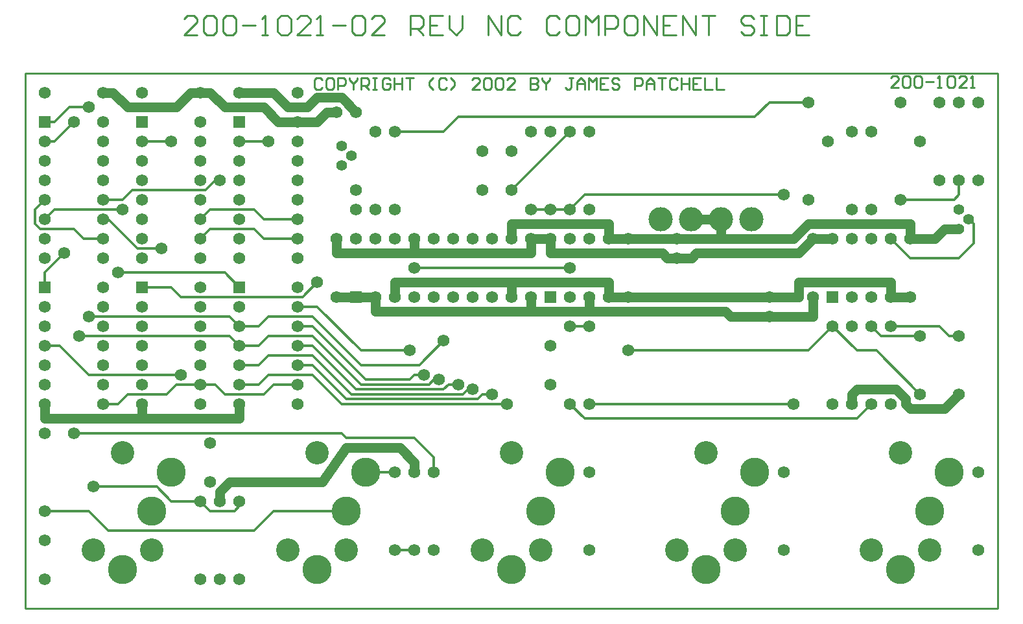
<source format=gtl>
*%FSLAX23Y23*%
*%MOIN*%
G01*
%ADD11C,0.006*%
%ADD12C,0.007*%
%ADD13C,0.008*%
%ADD14C,0.010*%
%ADD15C,0.012*%
%ADD16C,0.020*%
%ADD17C,0.032*%
%ADD18C,0.036*%
%ADD19C,0.050*%
%ADD20C,0.052*%
%ADD21C,0.055*%
%ADD22C,0.056*%
%ADD23C,0.060*%
%ADD24C,0.061*%
%ADD25C,0.062*%
%ADD26C,0.066*%
%ADD27C,0.068*%
%ADD28C,0.070*%
%ADD29C,0.080*%
%ADD30C,0.090*%
%ADD31C,0.095*%
%ADD32C,0.115*%
%ADD33C,0.120*%
%ADD34C,0.125*%
%ADD35C,0.126*%
%ADD36C,0.131*%
%ADD37C,0.150*%
%ADD38C,0.156*%
%ADD39R,0.062X0.062*%
%ADD40R,0.068X0.068*%
D14*
X11356Y9113D02*
X11396D01*
X11356D02*
X11396Y9153D01*
Y9163D01*
X11386Y9173D01*
X11366D01*
X11356Y9163D01*
X11416D02*
X11426Y9173D01*
X11446D01*
X11456Y9163D01*
Y9123D01*
X11446Y9113D01*
X11426D01*
X11416Y9123D01*
Y9163D01*
X11476D02*
X11486Y9173D01*
X11506D01*
X11516Y9163D01*
Y9123D01*
X11506Y9113D01*
X11486D01*
X11476Y9123D01*
Y9163D01*
X11536Y9143D02*
X11576D01*
X11596Y9113D02*
X11616D01*
X11606D01*
Y9173D01*
X11607D01*
X11606D02*
X11596Y9163D01*
X11646D02*
X11656Y9173D01*
X11676D01*
X11686Y9163D01*
Y9123D01*
X11676Y9113D01*
X11656D01*
X11646Y9123D01*
Y9163D01*
X11706Y9113D02*
X11746D01*
X11706D02*
X11746Y9153D01*
Y9163D01*
X11736Y9173D01*
X11716D01*
X11706Y9163D01*
X11766Y9113D02*
X11786D01*
X11776D01*
Y9173D01*
X11777D01*
X11776D02*
X11766Y9163D01*
X8431Y9153D02*
X8421Y9163D01*
X8401D01*
X8391Y9153D01*
Y9113D01*
X8401Y9103D01*
X8421D01*
X8431Y9113D01*
X8461Y9163D02*
X8481D01*
X8461D02*
X8451Y9153D01*
Y9113D01*
X8461Y9103D01*
X8481D01*
X8491Y9113D01*
Y9153D01*
X8481Y9163D01*
X8511D02*
Y9103D01*
Y9163D02*
X8541D01*
X8551Y9153D01*
Y9133D01*
X8541Y9123D01*
X8511D01*
X8571Y9153D02*
Y9163D01*
Y9153D02*
X8591Y9133D01*
X8611Y9153D01*
Y9163D01*
X8591Y9133D02*
Y9103D01*
X8631D02*
Y9163D01*
X8661D01*
X8671Y9153D01*
Y9133D01*
X8661Y9123D01*
X8631D01*
X8651D02*
X8671Y9103D01*
X8691Y9163D02*
X8711D01*
X8701D01*
Y9103D01*
X8691D01*
X8711D01*
X8771Y9163D02*
X8781Y9153D01*
X8771Y9163D02*
X8751D01*
X8741Y9153D01*
Y9113D01*
X8751Y9103D01*
X8771D01*
X8781Y9113D01*
Y9133D01*
X8761D01*
X8801Y9163D02*
Y9103D01*
Y9133D01*
X8841D01*
Y9163D01*
Y9103D01*
X8861Y9163D02*
X8901D01*
X8881D01*
Y9103D01*
X8981Y9123D02*
X9001Y9103D01*
X8981Y9123D02*
Y9143D01*
X9001Y9163D01*
X9061D02*
X9071Y9153D01*
X9061Y9163D02*
X9041D01*
X9031Y9153D01*
Y9113D01*
X9041Y9103D01*
X9061D01*
X9071Y9113D01*
X9091Y9103D02*
X9111Y9123D01*
Y9143D01*
X9091Y9163D01*
X9201Y9103D02*
X9241D01*
X9201D02*
X9241Y9143D01*
Y9153D01*
X9231Y9163D01*
X9211D01*
X9201Y9153D01*
X9261D02*
X9271Y9163D01*
X9291D01*
X9301Y9153D01*
Y9113D01*
X9291Y9103D01*
X9271D01*
X9261Y9113D01*
Y9153D01*
X9321D02*
X9331Y9163D01*
X9351D01*
X9361Y9153D01*
Y9113D01*
X9351Y9103D01*
X9331D01*
X9321Y9113D01*
Y9153D01*
X9381Y9103D02*
X9421D01*
X9381D02*
X9421Y9143D01*
Y9153D01*
X9411Y9163D01*
X9391D01*
X9381Y9153D01*
X9501Y9163D02*
Y9103D01*
X9531D01*
X9541Y9113D01*
Y9123D01*
X9531Y9133D01*
X9501D01*
X9502D01*
X9501D02*
X9502D01*
X9501D02*
X9502D01*
X9501D02*
X9531D01*
X9541Y9143D01*
Y9153D01*
X9531Y9163D01*
X9501D01*
X9561D02*
Y9153D01*
X9581Y9133D01*
X9601Y9153D01*
Y9163D01*
X9581Y9133D02*
Y9103D01*
X9701Y9163D02*
X9721D01*
X9711D02*
X9701D01*
X9711D02*
Y9113D01*
X9701Y9103D01*
X9691D01*
X9681Y9113D01*
X9741Y9103D02*
Y9143D01*
X9761Y9163D01*
X9781Y9143D01*
Y9103D01*
Y9133D01*
X9741D01*
X9801Y9103D02*
Y9163D01*
X9821Y9143D01*
X9841Y9163D01*
Y9103D01*
X9861Y9163D02*
X9901D01*
X9861D02*
Y9103D01*
X9901D01*
X9881Y9133D02*
X9861D01*
X9950Y9163D02*
X9960Y9153D01*
X9950Y9163D02*
X9931D01*
X9921Y9153D01*
Y9143D01*
X9931Y9133D01*
X9950D01*
X9960Y9123D01*
Y9113D01*
X9950Y9103D01*
X9931D01*
X9921Y9113D01*
X10040Y9103D02*
Y9163D01*
X10070D01*
X10080Y9153D01*
Y9133D01*
X10070Y9123D01*
X10040D01*
X10100Y9103D02*
Y9143D01*
X10120Y9163D01*
X10140Y9143D01*
Y9103D01*
Y9133D01*
X10100D01*
X10160Y9163D02*
X10200D01*
X10180D01*
Y9103D01*
X10250Y9163D02*
X10260Y9153D01*
X10250Y9163D02*
X10230D01*
X10220Y9153D01*
Y9113D01*
X10230Y9103D01*
X10250D01*
X10260Y9113D01*
X10280Y9103D02*
Y9163D01*
Y9133D02*
Y9103D01*
Y9133D02*
X10320D01*
Y9163D01*
Y9103D01*
X10340Y9163D02*
X10380D01*
X10340D02*
Y9103D01*
X10380D01*
X10360Y9133D02*
X10340D01*
X10400Y9163D02*
Y9103D01*
X10440D01*
X10460D02*
Y9163D01*
Y9103D02*
X10500D01*
X7788Y9383D02*
X7721D01*
X7788Y9450D01*
Y9466D01*
X7771Y9483D01*
X7738D01*
X7721Y9466D01*
X7821D02*
X7838Y9483D01*
X7871D01*
X7888Y9466D01*
Y9400D01*
X7871Y9383D01*
X7838D01*
X7821Y9400D01*
Y9466D01*
X7921D02*
X7938Y9483D01*
X7971D01*
X7988Y9466D01*
Y9400D01*
X7971Y9383D01*
X7938D01*
X7921Y9400D01*
Y9466D01*
X8021Y9433D02*
X8088D01*
X8121Y9383D02*
X8154D01*
X8138D01*
Y9483D01*
X8139D01*
X8138D02*
X8121Y9466D01*
X8204D02*
X8221Y9483D01*
X8254D01*
X8271Y9466D01*
Y9400D01*
X8254Y9383D01*
X8221D01*
X8204Y9400D01*
Y9466D01*
X8304Y9383D02*
X8371D01*
X8304D02*
X8371Y9450D01*
Y9466D01*
X8354Y9483D01*
X8321D01*
X8304Y9466D01*
X8404Y9383D02*
X8437D01*
X8421D01*
Y9483D01*
X8422D01*
X8421D02*
X8404Y9466D01*
X8487Y9433D02*
X8554D01*
X8587Y9466D02*
X8604Y9483D01*
X8637D01*
X8654Y9466D01*
Y9400D01*
X8637Y9383D01*
X8604D01*
X8587Y9400D01*
Y9466D01*
X8687Y9383D02*
X8754D01*
X8687D02*
X8754Y9450D01*
Y9466D01*
X8737Y9483D01*
X8704D01*
X8687Y9466D01*
X8887Y9483D02*
Y9383D01*
Y9483D02*
X8937D01*
X8954Y9466D01*
Y9433D01*
X8937Y9416D01*
X8887D01*
X8921D02*
X8954Y9383D01*
X8987Y9483D02*
X9054D01*
X8987D02*
Y9383D01*
X9054D01*
X9021Y9433D02*
X8987D01*
X9087Y9416D02*
Y9483D01*
Y9416D02*
X9121Y9383D01*
X9154Y9416D01*
Y9483D01*
X9287D02*
Y9383D01*
X9354D02*
X9287Y9483D01*
X9354D02*
Y9383D01*
X9454Y9466D02*
X9437Y9483D01*
X9404D01*
X9387Y9466D01*
Y9400D01*
X9404Y9383D01*
X9437D01*
X9454Y9400D01*
X9637Y9483D02*
X9654Y9466D01*
X9637Y9483D02*
X9604D01*
X9587Y9466D01*
Y9400D01*
X9604Y9383D01*
X9637D01*
X9654Y9400D01*
X9704Y9483D02*
X9737D01*
X9704D02*
X9687Y9466D01*
Y9400D01*
X9704Y9383D01*
X9737D01*
X9754Y9400D01*
Y9466D01*
X9737Y9483D01*
X9787D02*
Y9383D01*
X9820Y9450D02*
X9787Y9483D01*
X9820Y9450D02*
X9854Y9483D01*
Y9383D01*
X9887D02*
Y9483D01*
X9937D01*
X9954Y9466D01*
Y9433D01*
X9937Y9416D01*
X9887D01*
X10004Y9483D02*
X10037D01*
X10004D02*
X9987Y9466D01*
Y9400D01*
X10004Y9383D01*
X10037D01*
X10054Y9400D01*
Y9466D01*
X10037Y9483D01*
X10087D02*
Y9383D01*
X10154D02*
X10087Y9483D01*
X10154D02*
Y9383D01*
X10187Y9483D02*
X10254D01*
X10187D02*
Y9383D01*
X10254D01*
X10220Y9433D02*
X10187D01*
X10287Y9383D02*
Y9483D01*
X10353Y9383D01*
Y9483D01*
X10387D02*
X10453D01*
X10420D01*
Y9383D01*
X10637Y9483D02*
X10653Y9466D01*
X10637Y9483D02*
X10603D01*
X10587Y9466D01*
Y9450D01*
X10603Y9433D01*
X10637D01*
X10653Y9416D01*
Y9400D01*
X10637Y9383D01*
X10603D01*
X10587Y9400D01*
X10687Y9483D02*
X10720D01*
X10703D01*
Y9383D01*
X10687D01*
X10720D01*
X10770D02*
Y9483D01*
Y9383D02*
X10820D01*
X10837Y9400D01*
Y9466D01*
X10820Y9483D01*
X10770D01*
X10870D02*
X10937D01*
X10870D02*
Y9383D01*
X10937D01*
X10903Y9433D02*
X10870D01*
X11906Y9188D02*
X6906D01*
Y6438D02*
X11906D01*
X6906D02*
Y9188D01*
X11906D02*
Y6438D01*
D15*
X9706Y8888D02*
X9406Y8588D01*
X10931Y7763D02*
X11056Y7888D01*
X9056Y7813D02*
X8931Y7688D01*
X8631Y7763D02*
X8406Y7988D01*
X11056Y7888D02*
X11181Y7763D01*
X11281D02*
X11506Y7538D01*
X8631Y7688D02*
X8381Y7938D01*
Y7888D02*
X8656Y7613D01*
X8631Y7588D02*
X8381Y7838D01*
Y7788D02*
X8606Y7563D01*
X8581Y7538D02*
X8381Y7738D01*
Y7688D02*
X8556Y7513D01*
X8531Y7488D02*
X8381Y7638D01*
X7231D02*
X7081Y7788D01*
X7481Y8288D02*
X7331Y8438D01*
X7006Y8163D02*
Y8088D01*
X6956Y8413D02*
Y8488D01*
X7106Y8263D02*
X7006Y8163D01*
X6956Y8488D02*
X7006Y8538D01*
X7056Y8488D02*
X7006Y8438D01*
X7056Y8838D02*
X7156Y8938D01*
X7131Y9013D02*
X7056Y8938D01*
X6956Y8413D02*
X6981Y8388D01*
X8806Y6738D02*
X8906D01*
X7331Y6838D02*
X7231Y6938D01*
X7206Y8338D02*
X7156Y8388D01*
X7656Y6988D02*
X7806D01*
X8181Y6938D02*
X8556D01*
X7231D02*
X7006D01*
X7331Y6838D02*
X8081D01*
X7981Y6938D02*
X7856D01*
X7381Y7488D02*
X7431Y7538D01*
X7406Y8538D02*
X7456Y8588D01*
X7581Y7063D02*
X7256D01*
X8656Y7138D02*
X8806D01*
X7681Y7588D02*
X7631Y7538D01*
X7581Y7063D02*
X7656Y6988D01*
X7706Y8038D02*
X7656Y8088D01*
X8556Y7313D02*
X8906D01*
X8531Y7338D02*
X7156D01*
X7831Y8588D02*
X7881Y8638D01*
X7856Y8388D02*
X7806Y8338D01*
Y8438D02*
X7856Y8488D01*
X7806Y6988D02*
X7856Y6938D01*
X9806Y7488D02*
X10856D01*
X11181Y7413D02*
X9781D01*
X8981Y7588D02*
X8631D01*
X9081D02*
X9131D01*
X9056Y7563D02*
X8606D01*
X9181D02*
X9206D01*
X9156Y7538D02*
X8581D01*
X9256D02*
X9306D01*
X9231Y7513D02*
X8556D01*
X8106Y7588D02*
X8006D01*
X8531Y7488D02*
X9381D01*
X7881Y7588D02*
X7806D01*
X7681D01*
X8181D02*
X8306D01*
X8131Y7538D02*
X7931D01*
X7381Y7488D02*
X7306D01*
X7431Y7538D02*
X7631D01*
X8006Y6988D02*
Y6963D01*
X7981Y6938D01*
X8006Y7888D02*
X7956Y7938D01*
Y7838D02*
X8006Y7788D01*
Y8088D02*
X7931Y8163D01*
X7881Y7588D02*
X7931Y7538D01*
X8631Y7763D02*
X8881D01*
X10006D02*
X10931D01*
X11181D02*
X11281D01*
X8931Y7688D02*
X8631D01*
X8906Y7638D02*
X8956D01*
X8881Y7613D02*
X8656D01*
X9006D02*
X9031D01*
X8106Y7688D02*
X8006D01*
X8156Y7738D02*
X8381D01*
Y7688D02*
X8306D01*
X8381Y7638D02*
X8156D01*
X7706D02*
X7231D01*
X8106Y7888D02*
X8156Y7938D01*
Y7838D02*
X8106Y7788D01*
X8156Y7738D02*
X8106Y7688D01*
X8156Y7638D02*
X8106Y7588D01*
X8181Y6938D02*
X8081Y6838D01*
X8131Y7538D02*
X8181Y7588D01*
X8131Y8338D02*
X8081Y8388D01*
X8131Y8438D02*
X8081Y8488D01*
X11306Y7838D02*
X11506D01*
X11656D02*
X11706D01*
X11606Y7888D02*
X11356D01*
X9806D02*
X9706D01*
X8106D02*
X8006D01*
X8156Y7938D02*
X8381D01*
Y7888D02*
X8306D01*
X8106Y7788D02*
X8006D01*
X8156Y7838D02*
X8381D01*
Y7788D02*
X8306D01*
X7081D02*
X7006D01*
X7181Y7838D02*
X7956D01*
Y7938D02*
X7231D01*
X8331Y8038D02*
X8406Y8113D01*
Y7988D02*
X8306D01*
X7931Y8163D02*
X7381D01*
X7506Y8088D02*
X7656D01*
X7706Y8038D02*
X8331D01*
X8531Y7338D02*
X8556Y7313D01*
X11456Y8238D02*
X11706D01*
X9706Y8188D02*
X8906D01*
X7306Y8338D02*
X7206D01*
X7481Y8288D02*
X7606D01*
X8131Y8338D02*
X8306D01*
X9606Y8488D02*
X9706D01*
X9781Y8563D02*
X10806D01*
X11406Y8538D02*
X11681D01*
X9606Y8488D02*
X9506D01*
X7406D02*
X7056D01*
X6981Y8388D02*
X7156D01*
X7306Y8438D02*
X7331D01*
X7306Y8538D02*
X7406D01*
X7856Y8388D02*
X8081D01*
X8131Y8438D02*
X8306D01*
X8081Y8488D02*
X7856D01*
X9006Y7213D02*
Y7138D01*
X8881Y7613D02*
X8906Y7638D01*
X8981Y7588D02*
X9006Y7613D01*
X8906Y7313D02*
X9006Y7213D01*
X7906Y8638D02*
X7881D01*
X7831Y8588D02*
X7456D01*
X9056Y8888D02*
X9131Y8963D01*
X9081Y7588D02*
X9056Y7563D01*
X9156Y7538D02*
X9181Y7563D01*
X9231Y7513D02*
X9256Y7538D01*
X9056Y8888D02*
X8806D01*
X7656Y8838D02*
X7506D01*
X8006D02*
X8156D01*
X7056D02*
X7006D01*
Y8938D02*
X7056D01*
X9131Y8963D02*
X10656D01*
X10731Y9038D02*
X10931D01*
X7231Y9013D02*
X7131D01*
X9706Y8488D02*
X9781Y8563D01*
X9706Y7488D02*
X9781Y7413D01*
X10656Y8963D02*
X10731Y9038D01*
X11256Y7488D02*
X11181Y7413D01*
X11456Y8238D02*
X11356Y8338D01*
X11256Y7888D02*
X11306Y7838D01*
X11706Y8563D02*
Y8638D01*
X11781Y8313D02*
X11706Y8238D01*
X11681Y8538D02*
X11706Y8563D01*
X11756Y8438D02*
X11781Y8413D01*
X11606Y7888D02*
X11656Y7838D01*
X11781Y8313D02*
Y8413D01*
D19*
X8406Y9063D02*
X8356Y9013D01*
X11656Y7488D02*
X11706Y7538D01*
X11181Y7563D02*
X11156Y7538D01*
X11631Y7463D02*
X11656Y7488D01*
X10356Y8263D02*
X10331Y8238D01*
X10856Y8338D02*
X10931Y8413D01*
X11581Y8338D02*
X11631Y8388D01*
X8456Y8988D02*
X8406Y8938D01*
X10881Y8263D02*
X10956Y8338D01*
X7956Y7088D02*
X7906Y7038D01*
X7681Y9013D02*
X7756Y9088D01*
X8531Y9063D02*
X8606Y8988D01*
X8256Y9013D02*
X8181Y9088D01*
X8131Y9013D02*
X8206Y8938D01*
X7931Y9013D02*
X7856Y9088D01*
X11381Y7563D02*
X11431Y7513D01*
Y7488D02*
X11456Y7463D01*
X10206Y8238D02*
X10181Y8263D01*
X10506Y7963D02*
X10531Y7938D01*
X8906Y7188D02*
X8831Y7263D01*
X7431Y9013D02*
X7356Y9088D01*
X8556Y7263D02*
X8431Y7088D01*
X7006Y7413D02*
Y7488D01*
X7956Y7088D02*
X8431D01*
X7506Y7413D02*
Y7488D01*
X8556Y7263D02*
X8831D01*
X11181Y7563D02*
X11381D01*
X11456Y7463D02*
X11631D01*
X8006Y7413D02*
X7506D01*
X7006D01*
X7906Y7038D02*
Y6988D01*
X8006Y7413D02*
Y7488D01*
X10731Y7938D02*
X10956D01*
X10731D02*
X10531D01*
X10506Y7963D02*
X9806D01*
X9506D01*
X8706D01*
Y8038D02*
X8606D01*
X8506D01*
X8806Y8113D02*
X9406D01*
X9906Y8038D02*
X10006D01*
X9906Y8113D02*
X9406D01*
X10006Y8038D02*
X10731D01*
X10881D01*
X11356D02*
X11456D01*
X11356Y8113D02*
X10881D01*
X8506Y8263D02*
Y8338D01*
X9606Y8263D02*
X10181D01*
X10206Y8238D02*
X10256D01*
X10331D01*
X10356Y8263D02*
X10881D01*
X10006Y8338D02*
X9906D01*
X10006D02*
X10484D01*
X11456D02*
X11581D01*
X10856D02*
X10481D01*
X8906Y8263D02*
X8506D01*
X9506Y8338D02*
X9606D01*
X9506Y8263D02*
X8906D01*
X10956Y8338D02*
X11056D01*
X8706Y8038D02*
Y7963D01*
X8806Y8038D02*
Y8113D01*
X10328Y8438D02*
X10481D01*
X10484D01*
X9906Y8413D02*
X9406D01*
X10931D02*
X11456D01*
X11631Y8388D02*
X11706D01*
X8906Y8338D02*
Y8263D01*
Y7188D02*
Y7138D01*
X8306Y8938D02*
X8206D01*
X8306D02*
X8406D01*
X9406Y8413D02*
Y8338D01*
Y8113D02*
Y8038D01*
X8181Y9088D02*
X8006D01*
X8406Y9063D02*
X8531D01*
X8356Y9013D02*
X8256D01*
X8131D02*
X7931D01*
X8456Y8988D02*
X8506D01*
X7356Y9088D02*
X7306D01*
X7756D02*
X7806D01*
X7856D01*
X7681Y9013D02*
X7431D01*
X9506Y8038D02*
Y7963D01*
Y8263D02*
Y8338D01*
X9606D02*
Y8263D01*
X9806Y8038D02*
Y7963D01*
X9906Y8338D02*
Y8413D01*
Y8113D02*
Y8038D01*
X10481Y8338D02*
Y8438D01*
X10484D02*
Y8338D01*
X10956Y8038D02*
Y7938D01*
X10881Y8038D02*
Y8113D01*
X11156Y7538D02*
Y7488D01*
X11356Y8038D02*
Y8113D01*
X11431Y7513D02*
Y7488D01*
X11456Y8338D02*
Y8413D01*
D21*
X11706Y8488D02*
D03*
X11756Y8438D02*
D03*
X11706Y8388D02*
D03*
X8531Y8813D02*
D03*
X8581Y8763D02*
D03*
X8531Y8713D02*
D03*
D25*
X10806Y8563D02*
D03*
X10856Y7488D02*
D03*
X10006Y7763D02*
D03*
X9706Y8188D02*
D03*
X9381Y7488D02*
D03*
X9306Y7538D02*
D03*
X9206Y7563D02*
D03*
X9131Y7588D02*
D03*
X9056Y7813D02*
D03*
X9031Y7613D02*
D03*
X8956Y7638D02*
D03*
X8881Y7763D02*
D03*
X8906Y8188D02*
D03*
X8406Y8113D02*
D03*
X8156Y8838D02*
D03*
X7906Y8638D02*
D03*
X7706Y7638D02*
D03*
X7656Y8838D02*
D03*
X7606Y8288D02*
D03*
X7381Y8163D02*
D03*
X7406Y8488D02*
D03*
X7231Y9013D02*
D03*
X7156Y8938D02*
D03*
X7231Y7938D02*
D03*
X7156Y7338D02*
D03*
X7106Y8263D02*
D03*
X7181Y7838D02*
D03*
X7256Y7063D02*
D03*
X10931Y9038D02*
D03*
Y8538D02*
D03*
X11031Y8838D02*
D03*
X11156Y8888D02*
D03*
Y8488D02*
D03*
X11406Y9038D02*
D03*
Y8538D02*
D03*
X11506Y8838D02*
D03*
X11606Y9038D02*
D03*
Y8638D02*
D03*
X11706Y9038D02*
D03*
Y8638D02*
D03*
X11806Y9038D02*
D03*
Y8638D02*
D03*
X10731Y7938D02*
D03*
Y8038D02*
D03*
X10956Y8338D02*
D03*
Y8038D02*
D03*
X11156D02*
D03*
X11256D02*
D03*
X11356D02*
D03*
Y8338D02*
D03*
X11256D02*
D03*
X11156D02*
D03*
X11056D02*
D03*
Y7488D02*
D03*
Y7888D02*
D03*
X11156D02*
D03*
Y7488D02*
D03*
X11256D02*
D03*
Y7888D02*
D03*
Y8488D02*
D03*
Y8888D02*
D03*
X11356Y7488D02*
D03*
Y7888D02*
D03*
X11506Y7838D02*
D03*
Y7538D02*
D03*
X11456Y8038D02*
D03*
Y8338D02*
D03*
X11706Y7838D02*
D03*
Y7538D02*
D03*
X10806Y7138D02*
D03*
Y6738D02*
D03*
X11806Y7138D02*
D03*
Y6738D02*
D03*
X9806Y8888D02*
D03*
Y8488D02*
D03*
X9706Y8888D02*
D03*
Y8488D02*
D03*
X9606Y8888D02*
D03*
Y8488D02*
D03*
X9506Y8888D02*
D03*
Y8488D02*
D03*
X9406Y8788D02*
D03*
Y8588D02*
D03*
X9256Y8788D02*
D03*
Y8588D02*
D03*
X10256Y8238D02*
D03*
Y8338D02*
D03*
X9806Y7888D02*
D03*
Y7488D02*
D03*
X9706Y7888D02*
D03*
Y7488D02*
D03*
X9606Y7588D02*
D03*
Y7788D02*
D03*
X10006Y8038D02*
D03*
Y8338D02*
D03*
X9706Y8038D02*
D03*
X9806D02*
D03*
X9906D02*
D03*
Y8338D02*
D03*
X9806D02*
D03*
X9706D02*
D03*
X9606D02*
D03*
X9506D02*
D03*
Y8038D02*
D03*
X9406D02*
D03*
Y8338D02*
D03*
X9806Y7138D02*
D03*
Y6738D02*
D03*
X8506Y8988D02*
D03*
X8606D02*
D03*
X7506Y8838D02*
D03*
Y8738D02*
D03*
Y8638D02*
D03*
Y8538D02*
D03*
Y8438D02*
D03*
Y8338D02*
D03*
X7806D02*
D03*
Y8438D02*
D03*
Y8538D02*
D03*
Y8638D02*
D03*
Y8738D02*
D03*
Y8838D02*
D03*
Y8938D02*
D03*
Y9088D02*
D03*
X7506D02*
D03*
X8006Y8838D02*
D03*
Y8738D02*
D03*
Y8638D02*
D03*
Y8538D02*
D03*
Y8438D02*
D03*
Y8338D02*
D03*
X8306D02*
D03*
Y8438D02*
D03*
Y8538D02*
D03*
Y8638D02*
D03*
Y8738D02*
D03*
Y8838D02*
D03*
Y8938D02*
D03*
Y9088D02*
D03*
X8006D02*
D03*
X8806Y8488D02*
D03*
Y8888D02*
D03*
X8706Y8488D02*
D03*
Y8888D02*
D03*
X8606Y8588D02*
D03*
Y8488D02*
D03*
X8706Y8038D02*
D03*
X8806D02*
D03*
X8906D02*
D03*
X9006D02*
D03*
X9106D02*
D03*
X9206D02*
D03*
X9306D02*
D03*
Y8338D02*
D03*
X9206D02*
D03*
X9106D02*
D03*
X9006D02*
D03*
X8906D02*
D03*
X8806D02*
D03*
X8706D02*
D03*
X8606D02*
D03*
X8506D02*
D03*
Y8038D02*
D03*
X7806Y8238D02*
D03*
X7506D02*
D03*
Y7988D02*
D03*
Y7888D02*
D03*
Y7788D02*
D03*
Y7688D02*
D03*
Y7588D02*
D03*
Y7488D02*
D03*
X7806D02*
D03*
Y7588D02*
D03*
Y7688D02*
D03*
Y7788D02*
D03*
Y7888D02*
D03*
Y7988D02*
D03*
Y8088D02*
D03*
X8306Y8238D02*
D03*
X8006D02*
D03*
Y7988D02*
D03*
Y7888D02*
D03*
Y7788D02*
D03*
Y7688D02*
D03*
Y7588D02*
D03*
Y7488D02*
D03*
X8306D02*
D03*
Y7588D02*
D03*
Y7688D02*
D03*
Y7788D02*
D03*
Y7888D02*
D03*
Y7988D02*
D03*
Y8088D02*
D03*
X7856Y7088D02*
D03*
Y7288D02*
D03*
X8806Y7138D02*
D03*
Y6738D02*
D03*
X8906D02*
D03*
Y7138D02*
D03*
X9006Y6738D02*
D03*
Y7138D02*
D03*
X7806Y6988D02*
D03*
Y6588D02*
D03*
X7906D02*
D03*
Y6988D02*
D03*
X8006Y6588D02*
D03*
Y6988D02*
D03*
X7306Y9088D02*
D03*
X7006D02*
D03*
Y8838D02*
D03*
Y8738D02*
D03*
Y8638D02*
D03*
Y8538D02*
D03*
Y8438D02*
D03*
Y8338D02*
D03*
X7306D02*
D03*
Y8438D02*
D03*
Y8538D02*
D03*
Y8638D02*
D03*
Y8738D02*
D03*
Y8838D02*
D03*
Y8938D02*
D03*
Y8238D02*
D03*
X7006D02*
D03*
Y7988D02*
D03*
Y7888D02*
D03*
Y7788D02*
D03*
Y7688D02*
D03*
Y7588D02*
D03*
Y7488D02*
D03*
X7306D02*
D03*
Y7588D02*
D03*
Y7688D02*
D03*
Y7788D02*
D03*
Y7888D02*
D03*
Y7988D02*
D03*
Y8088D02*
D03*
X7006Y7338D02*
D03*
Y6938D02*
D03*
Y6788D02*
D03*
Y6588D02*
D03*
D33*
X11256Y6738D02*
D03*
X11556D02*
D03*
X11406Y7238D02*
D03*
X10256Y6738D02*
D03*
X10556D02*
D03*
X10406Y7238D02*
D03*
X9256Y6738D02*
D03*
X9556D02*
D03*
X9406Y7238D02*
D03*
X8256Y6738D02*
D03*
X8556D02*
D03*
X8406Y7238D02*
D03*
X7256Y6738D02*
D03*
X7556D02*
D03*
X7406Y7238D02*
D03*
D34*
X10328Y8438D02*
D03*
X10640D02*
D03*
X10172D02*
D03*
X10484D02*
D03*
D37*
X11656Y7138D02*
D03*
X11556Y6938D02*
D03*
X11406Y6638D02*
D03*
X10656Y7138D02*
D03*
X10556Y6938D02*
D03*
X10406Y6638D02*
D03*
X9656Y7138D02*
D03*
X9556Y6938D02*
D03*
X9406Y6638D02*
D03*
X8656Y7138D02*
D03*
X8556Y6938D02*
D03*
X8406Y6638D02*
D03*
X7656Y7138D02*
D03*
X7556Y6938D02*
D03*
X7406Y6638D02*
D03*
D39*
X11056Y8038D02*
D03*
X9606D02*
D03*
X7506Y8938D02*
D03*
X8006D02*
D03*
X8606Y8038D02*
D03*
X7506Y8088D02*
D03*
X8006D02*
D03*
X7006Y8938D02*
D03*
Y8088D02*
D03*
M02*

</source>
